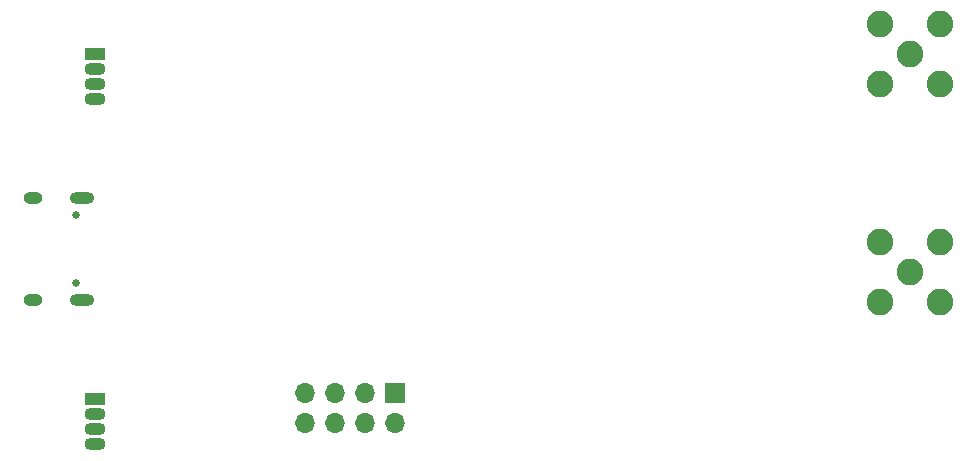
<source format=gbr>
G04 #@! TF.GenerationSoftware,KiCad,Pcbnew,5.1.8-db9833491~87~ubuntu20.04.1*
G04 #@! TF.CreationDate,2020-11-19T11:04:08+01:00*
G04 #@! TF.ProjectId,odie,6f646965-2e6b-4696-9361-645f70636258,v1.0*
G04 #@! TF.SameCoordinates,Original*
G04 #@! TF.FileFunction,Soldermask,Bot*
G04 #@! TF.FilePolarity,Negative*
%FSLAX46Y46*%
G04 Gerber Fmt 4.6, Leading zero omitted, Abs format (unit mm)*
G04 Created by KiCad (PCBNEW 5.1.8-db9833491~87~ubuntu20.04.1) date 2020-11-19 11:04:08*
%MOMM*%
%LPD*%
G01*
G04 APERTURE LIST*
%ADD10O,1.800000X1.070000*%
%ADD11R,1.800000X1.070000*%
%ADD12R,1.700000X1.700000*%
%ADD13O,1.700000X1.700000*%
%ADD14C,2.250000*%
%ADD15O,2.100000X1.000000*%
%ADD16C,0.650000*%
%ADD17O,1.600000X1.000000*%
G04 APERTURE END LIST*
D10*
X127000000Y-100810000D03*
X127000000Y-99540000D03*
X127000000Y-98270000D03*
D11*
X127000000Y-97000000D03*
X127000000Y-126200000D03*
D10*
X127000000Y-127470000D03*
X127000000Y-128740000D03*
X127000000Y-130010000D03*
D12*
X152390000Y-125730000D03*
D13*
X152390000Y-128270000D03*
X149850000Y-125730000D03*
X149850000Y-128270000D03*
X147310000Y-125730000D03*
X147310000Y-128270000D03*
X144770000Y-125730000D03*
X144770000Y-128270000D03*
D14*
X196000000Y-97000000D03*
X193460000Y-99540000D03*
X198540000Y-99540000D03*
X198540000Y-94460000D03*
X193460000Y-94460000D03*
X193460000Y-112960000D03*
X198540000Y-112960000D03*
X198540000Y-118040000D03*
X193460000Y-118040000D03*
X196000000Y-115500000D03*
D15*
X125930000Y-117820000D03*
X125930000Y-109180000D03*
D16*
X125400000Y-110610000D03*
D17*
X121750000Y-109180000D03*
D16*
X125400000Y-116390000D03*
D17*
X121750000Y-117820000D03*
M02*

</source>
